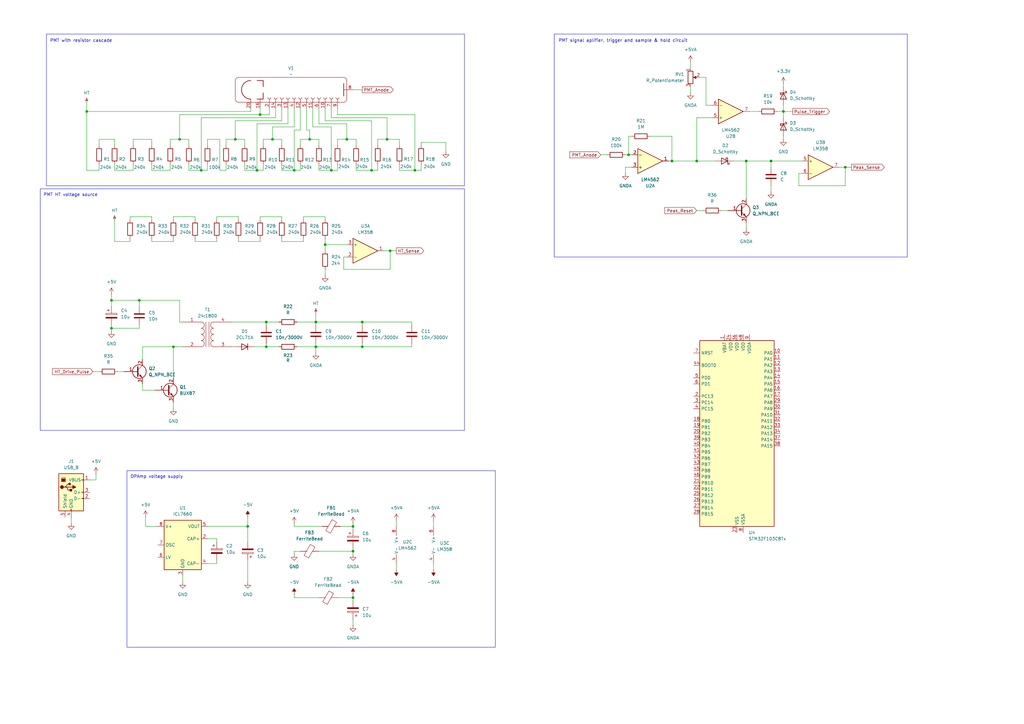
<source format=kicad_sch>
(kicad_sch (version 20231120) (generator "eeschema") (generator_version "8.0")
  (paper "A3")
  (title_block (title "Gamma Scintillator") (date "2025-01-11") (company "Michal Tomek"))
  (junction (at 106.68 46.99))
  (junction (at 57.15 123.19))
  (junction (at 306.07 66.04))
  (junction (at 275.59 66.04))
  (junction (at 45.72 134.62))
  (junction (at 257.81 63.5))
  (junction (at 316.23 66.04))
  (junction (at 144.78 215.9))
  (junction (at 285.75 66.04))
  (junction (at 109.22 132.08))
  (junction (at 129.54 132.08))
  (junction (at 71.12 142.24))
  (junction (at 35.56 45.72))
  (junction (at 109.22 142.24))
  (junction (at 142.24 57.15))
  (junction (at 120.65 69.85))
  (junction (at 45.72 123.19))
  (junction (at 170.18 69.85))
  (junction (at 111.76 57.15))
  (junction (at 82.55 69.85))
  (junction (at 73.66 57.15))
  (junction (at 96.52 57.15))
  (junction (at 129.54 142.24))
  (junction (at 135.89 69.85))
  (junction (at 152.4 69.85))
  (junction (at 148.59 142.24))
  (junction (at 160.02 102.87))
  (junction (at 321.31 45.72))
  (junction (at 133.35 100.33))
  (junction (at 127 57.15))
  (junction (at 101.6 215.9))
  (junction (at 148.59 132.08))
  (junction (at 144.78 245.11))
  (junction (at 144.78 226.06))
  (junction (at 158.75 57.15))
  (junction (at 346.71 68.58))
  (junction (at 105.41 69.85))
  (wire (pts (xy 62.23 99.06) (xy 62.23 97.79)))
  (wire (pts (xy 88.9 220.98) (xy 85.09 220.98)))
  (wire (pts (xy 133.35 90.17) (xy 133.35 88.9)))
  (wire (pts (xy 97.79 90.17) (xy 97.79 88.9)))
  (wire (pts (xy 287.02 31.75) (xy 289.56 31.75)))
  (wire (pts (xy 35.56 69.85) (xy 40.64 69.85)))
  (wire (pts (xy 346.71 76.2) (xy 346.71 68.58)))
  (wire (pts (xy 71.12 99.06) (xy 62.23 99.06)))
  (wire (pts (xy 82.55 48.26) (xy 113.03 48.26)))
  (wire (pts (xy 77.47 67.31) (xy 77.47 69.85)))
  (wire (pts (xy 129.54 133.35) (xy 129.54 132.08)))
  (wire (pts (xy 133.35 100.33) (xy 142.24 100.33)))
  (wire (pts (xy 57.15 123.19) (xy 57.15 125.73)))
  (wire (pts (xy 152.4 49.53) (xy 133.35 49.53)))
  (wire (pts (xy 69.85 57.15) (xy 73.66 57.15)))
  (wire (pts (xy 109.22 133.35) (xy 109.22 132.08)))
  (wire (pts (xy 120.65 53.34) (xy 123.19 53.34)))
  (wire (pts (xy 106.68 99.06) (xy 97.79 99.06)))
  (wire (pts (xy 40.64 59.69) (xy 40.64 57.15)))
  (wire (pts (xy 138.43 59.69) (xy 138.43 57.15)))
  (wire (pts (xy 77.47 57.15) (xy 77.47 59.69)))
  (wire (pts (xy 316.23 66.04) (xy 328.93 66.04)))
  (wire (pts (xy 133.35 88.9) (xy 124.46 88.9)))
  (wire (pts (xy 170.18 69.85) (xy 172.72 69.85)))
  (wire (pts (xy 57.15 133.35) (xy 57.15 134.62)))
  (wire (pts (xy 142.24 57.15) (xy 146.05 57.15)))
  (wire (pts (xy 285.75 86.36) (xy 288.29 86.36)))
  (wire (pts (xy 162.56 231.14) (xy 162.56 233.68)))
  (wire (pts (xy 123.19 57.15) (xy 127 57.15)))
  (wire (pts (xy 307.34 45.72) (xy 311.15 45.72)))
  (wire (pts (xy 170.18 69.85) (xy 170.18 46.99)))
  (wire (pts (xy 46.99 57.15) (xy 40.64 57.15)))
  (wire (pts (xy 73.66 57.15) (xy 73.66 46.99)))
  (wire (pts (xy 100.33 57.15) (xy 100.33 59.69)))
  (wire (pts (xy 154.94 57.15) (xy 158.75 57.15)))
  (wire (pts (xy 124.46 97.79) (xy 124.46 99.06)))
  (wire (pts (xy 120.65 215.9) (xy 120.65 214.63)))
  (wire (pts (xy 53.34 99.06) (xy 53.34 97.79)))
  (wire (pts (xy 107.95 59.69) (xy 107.95 57.15)))
  (wire (pts (xy 88.9 231.14) (xy 85.09 231.14)))
  (wire (pts (xy 259.08 55.88) (xy 257.81 55.88)))
  (wire (pts (xy 45.72 134.62) (xy 45.72 135.89)))
  (wire (pts (xy 115.57 49.53) (xy 115.57 44.45)))
  (wire (pts (xy 138.43 67.31) (xy 138.43 69.85)))
  (wire (pts (xy 289.56 43.18) (xy 292.1 43.18)))
  (wire (pts (xy 328.93 71.12) (xy 327.66 71.12)))
  (wire (pts (xy 69.85 59.69) (xy 69.85 57.15)))
  (wire (pts (xy 71.12 165.1) (xy 71.12 167.64)))
  (wire (pts (xy 135.89 69.85) (xy 135.89 52.07)))
  (wire (pts (xy 38.1 152.4) (xy 40.64 152.4)))
  (wire (pts (xy 101.6 229.87) (xy 101.6 238.76)))
  (wire (pts (xy 130.81 226.06) (xy 144.78 226.06)))
  (wire (pts (xy 162.56 213.36) (xy 162.56 215.9)))
  (wire (pts (xy 73.66 123.19) (xy 57.15 123.19)))
  (wire (pts (xy 142.24 105.41) (xy 140.97 105.41)))
  (wire (pts (xy 59.69 215.9) (xy 59.69 212.09)))
  (wire (pts (xy 160.02 102.87) (xy 157.48 102.87)))
  (wire (pts (xy 105.41 50.8) (xy 118.11 50.8)))
  (wire (pts (xy 127 53.34) (xy 125.73 53.34)))
  (wire (pts (xy 120.65 245.11) (xy 120.65 243.84)))
  (wire (pts (xy 107.95 69.85) (xy 107.95 67.31)))
  (wire (pts (xy 90.17 57.15) (xy 85.09 57.15)))
  (wire (pts (xy 63.5 160.02) (xy 58.42 160.02)))
  (wire (pts (xy 127 57.15) (xy 127 53.34)))
  (wire (pts (xy 58.42 160.02) (xy 58.42 157.48)))
  (wire (pts (xy 62.23 88.9) (xy 53.34 88.9)))
  (wire (pts (xy 256.54 68.58) (xy 259.08 68.58)))
  (wire (pts (xy 127 57.15) (xy 130.81 57.15)))
  (wire (pts (xy 292.1 48.26) (xy 285.75 48.26)))
  (wire (pts (xy 144.78 214.63) (xy 144.78 215.9)))
  (wire (pts (xy 256.54 71.12) (xy 256.54 68.58)))
  (wire (pts (xy 73.66 132.08) (xy 73.66 123.19)))
  (wire (pts (xy 172.72 58.42) (xy 172.72 59.69)))
  (wire (pts (xy 160.02 102.87) (xy 162.56 102.87)))
  (wire (pts (xy 48.26 152.4) (xy 50.8 152.4)))
  (wire (pts (xy 35.56 45.72) (xy 35.56 69.85)))
  (wire (pts (xy 138.43 245.11) (xy 144.78 245.11)))
  (wire (pts (xy 71.12 97.79) (xy 71.12 99.06)))
  (wire (pts (xy 160.02 110.49) (xy 160.02 102.87)))
  (wire (pts (xy 275.59 55.88) (xy 266.7 55.88)))
  (wire (pts (xy 295.91 86.36) (xy 298.45 86.36)))
  (wire (pts (xy 62.23 67.31) (xy 62.23 69.85)))
  (wire (pts (xy 144.78 224.79) (xy 144.78 226.06)))
  (wire (pts (xy 124.46 99.06) (xy 115.57 99.06)))
  (wire (pts (xy 100.33 67.31) (xy 100.33 69.85)))
  (wire (pts (xy 285.75 66.04) (xy 293.37 66.04)))
  (wire (pts (xy 139.7 215.9) (xy 144.78 215.9)))
  (wire (pts (xy 45.72 133.35) (xy 45.72 134.62)))
  (wire (pts (xy 148.59 132.08) (xy 129.54 132.08)))
  (wire (pts (xy 144.78 226.06) (xy 144.78 227.33)))
  (wire (pts (xy 129.54 142.24) (xy 129.54 140.97)))
  (wire (pts (xy 135.89 69.85) (xy 138.43 69.85)))
  (wire (pts (xy 46.99 90.17) (xy 46.99 99.06)))
  (wire (pts (xy 135.89 52.07) (xy 128.27 52.07)))
  (wire (pts (xy 146.05 57.15) (xy 146.05 59.69)))
  (wire (pts (xy 138.43 46.99) (xy 138.43 44.45)))
  (wire (pts (xy 35.56 41.91) (xy 35.56 45.72)))
  (wire (pts (xy 285.75 48.26) (xy 285.75 66.04)))
  (wire (pts (xy 57.15 123.19) (xy 45.72 123.19)))
  (wire (pts (xy 120.65 226.06) (xy 120.65 227.33)))
  (wire (pts (xy 154.94 59.69) (xy 154.94 57.15)))
  (wire (pts (xy 80.01 90.17) (xy 80.01 88.9)))
  (wire (pts (xy 182.88 62.23) (xy 182.88 58.42)))
  (wire (pts (xy 275.59 66.04) (xy 285.75 66.04)))
  (wire (pts (xy 158.75 48.26) (xy 135.89 48.26)))
  (wire (pts (xy 163.83 67.31) (xy 163.83 69.85)))
  (wire (pts (xy 109.22 132.08) (xy 95.25 132.08)))
  (wire (pts (xy 144.78 243.84) (xy 144.78 245.11)))
  (wire (pts (xy 321.31 55.88) (xy 321.31 57.15)))
  (wire (pts (xy 152.4 69.85) (xy 154.94 69.85)))
  (wire (pts (xy 129.54 142.24) (xy 148.59 142.24)))
  (wire (pts (xy 46.99 69.85) (xy 54.61 69.85)))
  (wire (pts (xy 163.83 57.15) (xy 163.83 59.69)))
  (wire (pts (xy 130.81 69.85) (xy 135.89 69.85)))
  (wire (pts (xy 88.9 97.79) (xy 88.9 99.06)))
  (wire (pts (xy 182.88 58.42) (xy 172.72 58.42)))
  (wire (pts (xy 62.23 57.15) (xy 62.23 59.69)))
  (wire (pts (xy 129.54 132.08) (xy 121.92 132.08)))
  (wire (pts (xy 158.75 57.15) (xy 158.75 48.26)))
  (wire (pts (xy 73.66 57.15) (xy 77.47 57.15)))
  (wire (pts (xy 109.22 132.08) (xy 114.3 132.08)))
  (wire (pts (xy 120.65 69.85) (xy 120.65 53.34)))
  (wire (pts (xy 118.11 44.45) (xy 118.11 50.8)))
  (wire (pts (xy 88.9 222.25) (xy 88.9 220.98)))
  (wire (pts (xy 115.57 88.9) (xy 106.68 88.9)))
  (wire (pts (xy 130.81 245.11) (xy 120.65 245.11)))
  (wire (pts (xy 77.47 69.85) (xy 82.55 69.85)))
  (wire (pts (xy 146.05 67.31) (xy 146.05 69.85)))
  (wire (pts (xy 289.56 31.75) (xy 289.56 43.18)))
  (wire (pts (xy 144.78 254) (xy 144.78 256.54)))
  (wire (pts (xy 111.76 57.15) (xy 115.57 57.15)))
  (wire (pts (xy 344.17 68.58) (xy 346.71 68.58)))
  (wire (pts (xy 88.9 229.87) (xy 88.9 231.14)))
  (wire (pts (xy 140.97 110.49) (xy 160.02 110.49)))
  (wire (pts (xy 327.66 71.12) (xy 327.66 76.2)))
  (wire (pts (xy 144.78 36.83) (xy 148.59 36.83)))
  (wire (pts (xy 318.77 45.72) (xy 321.31 45.72)))
  (wire (pts (xy 46.99 99.06) (xy 53.34 99.06)))
  (wire (pts (xy 74.93 142.24) (xy 71.12 142.24)))
  (wire (pts (xy 82.55 69.85) (xy 82.55 48.26)))
  (wire (pts (xy 130.81 67.31) (xy 130.81 69.85)))
  (wire (pts (xy 111.76 52.07) (xy 120.65 52.07)))
  (wire (pts (xy 46.99 67.31) (xy 46.99 69.85)))
  (wire (pts (xy 133.35 110.49) (xy 133.35 113.03)))
  (wire (pts (xy 306.07 66.04) (xy 316.23 66.04)))
  (wire (pts (xy 36.83 196.85) (xy 39.37 196.85)))
  (wire (pts (xy 107.95 57.15) (xy 111.76 57.15)))
  (wire (pts (xy 85.09 69.85) (xy 85.09 67.31)))
  (wire (pts (xy 40.64 69.85) (xy 40.64 67.31)))
  (wire (pts (xy 113.03 44.45) (xy 113.03 48.26)))
  (wire (pts (xy 120.65 69.85) (xy 123.19 69.85)))
  (wire (pts (xy 125.73 53.34) (xy 125.73 44.45)))
  (wire (pts (xy 100.33 69.85) (xy 105.41 69.85)))
  (wire (pts (xy 316.23 66.04) (xy 316.23 68.58)))
  (wire (pts (xy 327.66 76.2) (xy 346.71 76.2)))
  (wire (pts (xy 62.23 90.17) (xy 62.23 88.9)))
  (wire (pts (xy 106.68 46.99) (xy 106.68 44.45)))
  (wire (pts (xy 168.91 142.24) (xy 148.59 142.24)))
  (wire (pts (xy 172.72 69.85) (xy 172.72 67.31)))
  (wire (pts (xy 102.87 45.72) (xy 102.87 44.45)))
  (wire (pts (xy 177.8 231.14) (xy 177.8 233.68)))
  (wire (pts (xy 128.27 52.07) (xy 128.27 44.45)))
  (wire (pts (xy 300.99 66.04) (xy 306.07 66.04)))
  (wire (pts (xy 142.24 57.15) (xy 142.24 50.8)))
  (wire (pts (xy 46.99 59.69) (xy 46.99 57.15)))
  (wire (pts (xy 105.41 69.85) (xy 107.95 69.85)))
  (wire (pts (xy 115.57 99.06) (xy 115.57 97.79)))
  (wire (pts (xy 130.81 57.15) (xy 130.81 59.69)))
  (wire (pts (xy 133.35 97.79) (xy 133.35 100.33)))
  (wire (pts (xy 257.81 63.5) (xy 259.08 63.5)))
  (wire (pts (xy 144.78 245.11) (xy 144.78 246.38)))
  (wire (pts (xy 39.37 196.85) (xy 39.37 194.31)))
  (wire (pts (xy 96.52 57.15) (xy 96.52 49.53)))
  (wire (pts (xy 133.35 102.87) (xy 133.35 100.33)))
  (wire (pts (xy 115.57 57.15) (xy 115.57 59.69)))
  (wire (pts (xy 168.91 140.97) (xy 168.91 142.24)))
  (wire (pts (xy 45.72 134.62) (xy 57.15 134.62)))
  (wire (pts (xy 158.75 57.15) (xy 163.83 57.15)))
  (wire (pts (xy 82.55 69.85) (xy 85.09 69.85)))
  (wire (pts (xy 170.18 46.99) (xy 138.43 46.99)))
  (wire (pts (xy 88.9 99.06) (xy 80.01 99.06)))
  (wire (pts (xy 54.61 69.85) (xy 54.61 67.31)))
  (wire (pts (xy 346.71 68.58) (xy 349.25 68.58)))
  (wire (pts (xy 92.71 57.15) (xy 96.52 57.15)))
  (wire (pts (xy 85.09 59.69) (xy 85.09 57.15)))
  (wire (pts (xy 246.38 63.5) (xy 248.92 63.5)))
  (wire (pts (xy 129.54 128.27) (xy 129.54 132.08)))
  (wire (pts (xy 123.19 67.31) (xy 123.19 69.85)))
  (wire (pts (xy 130.81 50.8) (xy 130.81 44.45)))
  (wire (pts (xy 71.12 142.24) (xy 58.42 142.24)))
  (wire (pts (xy 105.41 69.85) (xy 105.41 50.8)))
  (wire (pts (xy 152.4 69.85) (xy 152.4 49.53)))
  (wire (pts (xy 148.59 132.08) (xy 148.59 133.35)))
  (wire (pts (xy 316.23 76.2) (xy 316.23 78.74)))
  (wire (pts (xy 92.71 69.85) (xy 90.17 69.85)))
  (wire (pts (xy 148.59 142.24) (xy 148.59 140.97)))
  (wire (pts (xy 110.49 46.99) (xy 106.68 46.99)))
  (wire (pts (xy 74.93 236.22) (xy 74.93 238.76)))
  (wire (pts (xy 95.25 142.24) (xy 96.52 142.24)))
  (wire (pts (xy 283.21 35.56) (xy 283.21 38.1)))
  (wire (pts (xy 321.31 45.72) (xy 321.31 43.18)))
  (wire (pts (xy 177.8 213.36) (xy 177.8 215.9)))
  (wire (pts (xy 110.49 44.45) (xy 110.49 46.99)))
  (wire (pts (xy 321.31 34.29) (xy 321.31 35.56)))
  (wire (pts (xy 92.71 59.69) (xy 92.71 57.15)))
  (wire (pts (xy 135.89 48.26) (xy 135.89 44.45)))
  (wire (pts (xy 74.93 132.08) (xy 73.66 132.08)))
  (wire (pts (xy 133.35 49.53) (xy 133.35 44.45)))
  (wire (pts (xy 115.57 67.31) (xy 115.57 69.85)))
  (wire (pts (xy 73.66 46.99) (xy 106.68 46.99)))
  (wire (pts (xy 97.79 88.9) (xy 88.9 88.9)))
  (wire (pts (xy 109.22 142.24) (xy 114.3 142.24)))
  (wire (pts (xy 101.6 215.9) (xy 101.6 222.25)))
  (wire (pts (xy 321.31 45.72) (xy 321.31 48.26)))
  (wire (pts (xy 96.52 57.15) (xy 100.33 57.15)))
  (wire (pts (xy 123.19 226.06) (xy 120.65 226.06)))
  (wire (pts (xy 111.76 57.15) (xy 111.76 52.07)))
  (wire (pts (xy 54.61 57.15) (xy 62.23 57.15)))
  (wire (pts (xy 121.92 142.24) (xy 129.54 142.24)))
  (wire (pts (xy 132.08 215.9) (xy 120.65 215.9)))
  (wire (pts (xy 58.42 142.24) (xy 58.42 147.32)))
  (wire (pts (xy 275.59 66.04) (xy 275.59 55.88)))
  (wire (pts (xy 45.72 123.19) (xy 45.72 125.73)))
  (wire (pts (xy 274.32 66.04) (xy 275.59 66.04)))
  (wire (pts (xy 257.81 55.88) (xy 257.81 63.5)))
  (wire (pts (xy 123.19 44.45) (xy 123.19 53.34)))
  (wire (pts (xy 69.85 69.85) (xy 69.85 67.31)))
  (wire (pts (xy 115.57 69.85) (xy 120.65 69.85)))
  (wire (pts (xy 88.9 88.9) (xy 88.9 90.17)))
  (wire (pts (xy 321.31 45.72) (xy 325.12 45.72)))
  (wire (pts (xy 101.6 212.09) (xy 101.6 215.9)))
  (wire (pts (xy 144.78 215.9) (xy 144.78 217.17)))
  (wire (pts (xy 106.68 88.9) (xy 106.68 90.17)))
  (wire (pts (xy 283.21 25.4) (xy 283.21 27.94)))
  (wire (pts (xy 163.83 69.85) (xy 170.18 69.85)))
  (wire (pts (xy 85.09 215.9) (xy 101.6 215.9)))
  (wire (pts (xy 123.19 59.69) (xy 123.19 57.15)))
  (wire (pts (xy 62.23 69.85) (xy 69.85 69.85)))
  (wire (pts (xy 124.46 88.9) (xy 124.46 90.17)))
  (wire (pts (xy 115.57 90.17) (xy 115.57 88.9)))
  (wire (pts (xy 96.52 49.53) (xy 115.57 49.53)))
  (wire (pts (xy 45.72 123.19) (xy 45.72 120.65)))
  (wire (pts (xy 154.94 67.31) (xy 154.94 69.85)))
  (wire (pts (xy 306.07 66.04) (xy 306.07 81.28)))
  (wire (pts (xy 54.61 59.69) (xy 54.61 57.15)))
  (wire (pts (xy 53.34 88.9) (xy 53.34 90.17)))
  (wire (pts (xy 168.91 132.08) (xy 148.59 132.08)))
  (wire (pts (xy 140.97 105.41) (xy 140.97 110.49)))
  (wire (pts (xy 109.22 142.24) (xy 104.14 142.24)))
  (wire (pts (xy 71.12 142.24) (xy 71.12 154.94)))
  (wire (pts (xy 168.91 133.35) (xy 168.91 132.08)))
  (wire (pts (xy 92.71 67.31) (xy 92.71 69.85)))
  (wire (pts (xy 64.77 215.9) (xy 59.69 215.9)))
  (wire (pts (xy 109.22 140.97) (xy 109.22 142.24)))
  (wire (pts (xy 102.87 45.72) (xy 35.56 45.72)))
  (wire (pts (xy 106.68 97.79) (xy 106.68 99.06)))
  (wire (pts (xy 90.17 69.85) (xy 90.17 57.15)))
  (wire (pts (xy 80.01 99.06) (xy 80.01 97.79)))
  (wire (pts (xy 120.65 44.45) (xy 120.65 52.07)))
  (wire (pts (xy 256.54 63.5) (xy 257.81 63.5)))
  (wire (pts (xy 142.24 50.8) (xy 130.81 50.8)))
  (wire (pts (xy 29.21 212.09) (xy 29.21 214.63)))
  (wire (pts (xy 129.54 142.24) (xy 129.54 144.78)))
  (wire (pts (xy 71.12 88.9) (xy 71.12 90.17)))
  (wire (pts (xy 97.79 99.06) (xy 97.79 97.79)))
  (wire (pts (xy 138.43 57.15) (xy 142.24 57.15)))
  (wire (pts (xy 80.01 88.9) (xy 71.12 88.9)))
  (wire (pts (xy 306.07 91.44) (xy 306.07 93.98)))
  (wire (pts (xy 146.05 69.85) (xy 152.4 69.85)))
  (rectangle (start 16.51 77.47) (end 190.5 176.53))
  (rectangle (start 52.07 193.04) (end 203.2 265.43))
  (rectangle (start 19.05 13.97) (end 190.5 76.2))
  (rectangle (start 227.33 13.97) (end 372.11 105.41))
  (text "PMT with resistor cascade" (at 33.274 16.764 0) (effects (font (size 1.27 1.27))))
  (text "PMT HT voltage source" (at 28.956 80.01 0) (effects (font (size 1.27 1.27))))
  (text "OPAmp voltage supply" (at 64.262 195.58 0) (effects (font (size 1.27 1.27))))
  (text "PMT signal aplifier, trigger and sample & hold circuit" (at 255.524 16.764 0) (effects (font (size 1.27 1.27))))
  (global_label "Peak_Reset" (shape input) (at 285.75 86.36 180) (property "Intersheetrefs" "${INTERSHEET_REFS}" (effects (hide yes))))
  (global_label "Pulse_Trigger" (shape output) (at 325.12 45.72 0) (property "Intersheetrefs" "${INTERSHEET_REFS}" (effects (hide yes))))
  (global_label "HT_Sense" (shape output) (at 162.56 102.87 0) (property "Intersheetrefs" "${INTERSHEET_REFS}" (effects (hide yes))))
  (global_label "PMT_Anode" (shape input) (at 246.38 63.5 180) (property "Intersheetrefs" "${INTERSHEET_REFS}" (effects (hide yes))))
  (global_label "Peak_Sense" (shape output) (at 349.25 68.58 0) (property "Intersheetrefs" "${INTERSHEET_REFS}" (effects (hide yes))))
  (global_label "HT_Drive_Pulse" (shape input) (at 38.1 152.4 180) (property "Intersheetrefs" "${INTERSHEET_REFS}" (effects (hide yes))))
  (global_label "PMT_Anode" (shape output) (at 148.59 36.83 0) (property "Intersheetrefs" "${INTERSHEET_REFS}" (effects (hide yes))))
  (symbol (lib_id "Device:C") (at 168.91 137.16 0) (unit 1)
    (property "Reference" "C11" (at 172.72 135.8899 0) (effects (justify left)))
    (property "Value" "10n/3000V" (at 172.72 138.4299 0) (effects (justify left)))
    (property "Description" "Unpolarized capacitor" (effects (hide yes)))
  )
  (symbol (lib_id "Device:R") (at 262.89 55.88 90) (unit 1)
    (property "Reference" "R21" (at 262.89 49.53 90))
    (property "Value" "1M" (at 262.89 52.07 90))
    (property "Description" "Resistor" (effects (hide yes)))
  )
  (symbol (lib_id "power:+5V") (at 120.65 214.63 0) (unit 1)
    (property "Reference" "#PWR018" (effects (hide yes)))
    (property "Value" "+5V" (at 120.65 209.55 0))
    (property "Description" "Power symbol creates a global label with name \"+5V\"" (effects (hide yes)))
  )
  (symbol (lib_id "power:GNDA") (at 306.07 93.98 0) (unit 1)
    (property "Reference" "#PWR033" (effects (hide yes)))
    (property "Value" "GNDA" (at 306.07 99.06 0))
    (property "Description" "Power symbol creates a global label with name \"GNDA\" , analog ground" (effects (hide yes)))
  )
  (symbol (lib_id "Device:R") (at 314.96 45.72 90) (unit 1)
    (property "Reference" "R19" (at 314.96 39.37 90))
    (property "Value" "10k" (at 314.96 41.91 90))
    (property "Description" "Resistor" (effects (hide yes)))
  )
  (symbol (lib_id "Device:C_Polarized") (at 144.78 220.98 0) (unit 1)
    (property "Reference" "C6" (at 148.59 218.8209 0) (effects (justify left)))
    (property "Value" "10u" (at 148.59 221.3609 0) (effects (justify left)))
    (property "Description" "Polarized capacitor" (effects (hide yes)))
  )
  (symbol (lib_id "power:GNDA") (at 129.54 144.78 0) (unit 1)
    (property "Reference" "#PWR08" (effects (hide yes)))
    (property "Value" "GNDA" (at 129.54 149.86 0))
    (property "Description" "Power symbol creates a global label with name \"GNDA\" , analog ground" (effects (hide yes)))
  )
  (symbol (lib_id "Device:R") (at 40.64 63.5 0) (unit 1)
    (property "Reference" "R1" (at 42.418 65.278 0) (effects (justify left)))
    (property "Value" "240k" (at 40.894 68.58 0) (effects (justify left)))
    (property "Footprint" "Resistor_SMD:R_0603_1608Metric" (effects (hide yes)))
    (property "Description" "Resistor" (effects (hide yes)))
  )
  (symbol (lib_id "Device:FerriteBead") (at 134.62 245.11 90) (unit 1)
    (property "Reference" "FB2" (at 134.5692 237.49 90))
    (property "Value" "FerriteBead" (at 134.5692 240.03 90))
    (property "Description" "Ferrite bead" (effects (hide yes)))
  )
  (symbol (lib_id "Device:R") (at 130.81 63.5 0) (unit 1)
    (property "Reference" "R13" (at 132.334 65.532 0) (effects (justify left)))
    (property "Value" "240k" (at 130.81 68.58 0) (effects (justify left)))
    (property "Footprint" "Resistor_SMD:R_0603_1608Metric" (effects (hide yes)))
    (property "Description" "Resistor" (effects (hide yes)))
  )
  (symbol (lib_id "Device:R") (at 77.47 63.5 0) (unit 1)
    (property "Reference" "R6" (at 79.248 65.532 0) (effects (justify left)))
    (property "Value" "240k" (at 77.724 68.58 0) (effects (justify left)))
    (property "Footprint" "Resistor_SMD:R_0603_1608Metric" (effects (hide yes)))
    (property "Description" "Resistor" (effects (hide yes)))
  )
  (symbol (lib_id "Device:R") (at 133.35 106.68 0) (unit 1)
    (property "Reference" "R24" (at 135.89 105.4099 0) (effects (justify left)))
    (property "Value" "2k4" (at 135.89 107.9499 0) (effects (justify left)))
    (property "Description" "Resistor" (effects (hide yes)))
  )
  (symbol (lib_id "power:GNDA") (at 256.54 71.12 0) (unit 1)
    (property "Reference" "#PWR025" (effects (hide yes)))
    (property "Value" "GNDA" (at 256.54 76.2 0))
    (property "Description" "Power symbol creates a global label with name \"GNDA\" , analog ground" (effects (hide yes)))
  )
  (symbol (lib_id "power:HT") (at 129.54 128.27 0) (unit 1)
    (property "Reference" "#PWR09" (effects (hide yes)))
    (property "Value" "HT" (at 129.54 124.46 0))
    (property "Description" "Power symbol creates a global label with name \"HT\"" (effects (hide yes)))
  )
  (symbol (lib_id "power:+5V") (at 39.37 194.31 0) (unit 1)
    (property "Reference" "#PWR012" (effects (hide yes)))
    (property "Value" "+5V" (at 39.37 189.23 0))
    (property "Description" "Power symbol creates a global label with name \"+5V\"" (effects (hide yes)))
  )
  (symbol (lib_id "Device:D_Schottky") (at 297.18 66.04 180) (unit 1)
    (property "Reference" "D2" (at 297.4975 59.69 0))
    (property "Value" "D_Schottky" (at 297.4975 62.23 0))
    (property "Description" "Schottky diode" (effects (hide yes)))
  )
  (symbol (lib_id "power:HT") (at 35.56 41.91 0) (unit 1)
    (property "Reference" "#PWR010" (effects (hide yes)))
    (property "Value" "HT" (at 35.56 38.1 0))
    (property "Description" "Power symbol creates a global label with name \"HT\"" (effects (hide yes)))
  )
  (symbol (lib_id "Device:FerriteBead") (at 127 226.06 90) (unit 1)
    (property "Reference" "FB3" (at 126.9492 218.44 90))
    (property "Value" "FerriteBead" (at 126.9492 220.98 90))
    (property "Description" "Ferrite bead" (effects (hide yes)))
  )
  (symbol (lib_id "Regulator_SwitchedCapacitor:ICL7660") (at 74.93 223.52 0) (unit 1)
    (property "Reference" "U1" (at 74.93 208.28 0))
    (property "Value" "ICL7660" (at 74.93 210.82 0))
    (property "Datasheet" "http://datasheets.maximintegrated.com/en/ds/ICL7660-MAX1044.pdf" (effects (hide yes)))
    (property "Description" "Switched-Capacitor Voltage Converter, 1.5V to 10.0V operating supply voltage, 10mA with a 0.5V output drop, SO-8/DIP-8/µMAX-8/TO-99" (effects (hide yes)))
  )
  (symbol (lib_id "power:GND") (at 29.21 214.63 0) (unit 1)
    (property "Reference" "#PWR013" (effects (hide yes)))
    (property "Value" "GND" (at 29.21 219.71 0))
    (property "Description" "Power symbol creates a global label with name \"GND\" , ground" (effects (hide yes)))
  )
  (symbol (lib_id "Device:R") (at 146.05 63.5 0) (unit 1)
    (property "Reference" "R15" (at 147.574 65.532 0) (effects (justify left)))
    (property "Value" "240k" (at 146.05 68.326 0) (effects (justify left)))
    (property "Footprint" "Resistor_SMD:R_0603_1608Metric" (effects (hide yes)))
    (property "Description" "Resistor" (effects (hide yes)))
  )
  (symbol (lib_id "Device:R") (at 107.95 63.5 0) (unit 1)
    (property "Reference" "R10" (at 109.982 65.532 0) (effects (justify left)))
    (property "Value" "240k" (at 108.458 68.58 0) (effects (justify left)))
    (property "Footprint" "Resistor_SMD:R_0603_1608Metric" (effects (hide yes)))
    (property "Description" "Resistor" (effects (hide yes)))
  )
  (symbol (lib_id "Device:R") (at 62.23 63.5 0) (unit 1)
    (property "Reference" "R4" (at 64.008 65.278 0) (effects (justify left)))
    (property "Value" "240k" (at 62.484 68.58 0) (effects (justify left)))
    (property "Footprint" "Resistor_SMD:R_0603_1608Metric" (effects (hide yes)))
    (property "Description" "Resistor" (effects (hide yes)))
  )
  (symbol (lib_id "Device:R") (at 252.73 63.5 90) (unit 1)
    (property "Reference" "R20" (at 252.73 57.15 90))
    (property "Value" "100k" (at 252.73 59.69 90))
    (property "Description" "Resistor" (effects (hide yes)))
  )
  (symbol (lib_id "Device:Q_NPN_BCE") (at 55.88 152.4 0) (unit 1)
    (property "Reference" "Q2" (at 60.96 151.1299 0) (effects (justify left)))
    (property "Value" "Q_NPN_BCE" (at 60.96 153.6699 0) (effects (justify left)))
    (property "Description" "NPN transistor, base/collector/emitter" (effects (hide yes)))
  )
  (symbol (lib_id "Amplifier_Operational:LM4562") (at 266.7 66.04 0) (mirror x) (unit 1)
    (property "Reference" "U2" (at 266.7 76.2 0))
    (property "Value" "LM4562" (at 266.7 73.66 0))
    (property "Datasheet" "http://www.ti.com/lit/ds/symlink/lm4562.pdf" (effects (hide yes)))
    (property "Description" "Dual High-Performance, High-Fidelity Audio Operational Amplifier, DIP-8/SOIC-8/TO-99-8" (effects (hide yes)))
  )
  (symbol (lib_id "Device:R") (at 85.09 63.5 0) (unit 1)
    (property "Reference" "R7" (at 86.868 65.532 0) (effects (justify left)))
    (property "Value" "100k" (at 85.598 68.58 0) (effects (justify left)))
    (property "Footprint" "Resistor_SMD:R_0603_1608Metric" (effects (hide yes)))
    (property "Description" "Resistor" (effects (hide yes)))
  )
  (symbol (lib_id "Device:R") (at 115.57 63.5 0) (unit 1)
    (property "Reference" "R11" (at 117.094 65.532 0) (effects (justify left)))
    (property "Value" "240k" (at 115.57 68.58 0) (effects (justify left)))
    (property "Footprint" "Resistor_SMD:R_0603_1608Metric" (effects (hide yes)))
    (property "Description" "Resistor" (effects (hide yes)))
  )
  (symbol (lib_id "Device:R") (at 115.57 93.98 0) (unit 1)
    (property "Reference" "R27" (at 118.11 92.7099 0) (effects (justify left)))
    (property "Value" "240k" (at 118.11 95.2499 0) (effects (justify left)))
    (property "Description" "Resistor" (effects (hide yes)))
  )
  (symbol (lib_id "power:GNDA") (at 316.23 78.74 0) (unit 1)
    (property "Reference" "#PWR026" (effects (hide yes)))
    (property "Value" "GNDA" (at 316.23 83.82 0))
    (property "Description" "Power symbol creates a global label with name \"GNDA\" , analog ground" (effects (hide yes)))
  )
  (symbol (lib_id "power:GNDA") (at 144.78 227.33 0) (unit 1)
    (property "Reference" "#PWR014" (effects (hide yes)))
    (property "Value" "GNDA" (at 144.78 232.41 0))
    (property "Description" "Power symbol creates a global label with name \"GNDA\" , analog ground" (effects (hide yes)))
  )
  (symbol (lib_id "Device:R") (at 124.46 93.98 0) (unit 1)
    (property "Reference" "R26" (at 127 92.7099 0) (effects (justify left)))
    (property "Value" "240k" (at 127 95.2499 0) (effects (justify left)))
    (property "Description" "Resistor" (effects (hide yes)))
  )
  (symbol (lib_id "CustomParts:BDEG4-42A") (at 121.92 36.83 0) (unit 1)
    (property "Reference" "V1" (at 119.38 27.94 0))
    (property "Value" "~" (at 119.38 30.48 0))
    (property "Footprint" "CustomParts:BDEG4-42A" (effects (hide yes)))
  )
  (symbol (lib_id "Device:Transformer_1P_1S") (at 85.09 137.16 0) (unit 1)
    (property "Reference" "T1" (at 85.1027 127 0))
    (property "Value" "24:1800" (at 85.1027 129.54 0))
    (property "Description" "Transformer, single primary, single secondary" (effects (hide yes)))
  )
  (symbol (lib_id "Amplifier_Operational:LM4562") (at 165.1 223.52 0) (unit 3)
    (property "Reference" "U2" (at 167.132 222.25 0))
    (property "Value" "LM4562" (at 167.132 224.79 0))
    (property "Datasheet" "http://www.ti.com/lit/ds/symlink/lm4562.pdf" (effects (hide yes)))
    (property "Description" "Dual High-Performance, High-Fidelity Audio Operational Amplifier, DIP-8/SOIC-8/TO-99-8" (effects (hide yes)))
  )
  (symbol (lib_id "Device:R") (at 53.34 93.98 0) (unit 1)
    (property "Reference" "R34" (at 55.88 92.7099 0) (effects (justify left)))
    (property "Value" "240k" (at 55.88 95.2499 0) (effects (justify left)))
    (property "Description" "Resistor" (effects (hide yes)))
  )
  (symbol (lib_id "Device:R") (at 163.83 63.5 0) (unit 1)
    (property "Reference" "R17" (at 165.608 65.278 0) (effects (justify left)))
    (property "Value" "240k" (at 164.084 68.326 0) (effects (justify left)))
    (property "Footprint" "Resistor_SMD:R_0603_1608Metric" (effects (hide yes)))
    (property "Description" "Resistor" (effects (hide yes)))
  )
  (symbol (lib_id "Device:C") (at 316.23 72.39 0) (unit 1)
    (property "Reference" "C8" (at 320.04 71.1199 0) (effects (justify left)))
    (property "Value" "C" (at 320.04 73.6599 0) (effects (justify left)))
    (property "Description" "Unpolarized capacitor" (effects (hide yes)))
  )
  (symbol (lib_id "Device:R") (at 80.01 93.98 0) (unit 1)
    (property "Reference" "R31" (at 82.55 92.7099 0) (effects (justify left)))
    (property "Value" "240k" (at 82.55 95.2499 0) (effects (justify left)))
    (property "Description" "Resistor" (effects (hide yes)))
  )
  (symbol (lib_id "Device:R") (at 133.35 93.98 0) (unit 1)
    (property "Reference" "R25" (at 135.89 92.7099 0) (effects (justify left)))
    (property "Value" "240k" (at 135.89 95.2499 0) (effects (justify left)))
    (property "Description" "Resistor" (effects (hide yes)))
  )
  (symbol (lib_id "Device:FerriteBead") (at 135.89 215.9 90) (unit 1)
    (property "Reference" "FB1" (at 135.8392 208.28 90))
    (property "Value" "FerriteBead" (at 135.8392 210.82 90))
    (property "Description" "Ferrite bead" (effects (hide yes)))
  )
  (symbol (lib_id "power:GND") (at 71.12 167.64 0) (unit 1)
    (property "Reference" "#PWR06" (effects (hide yes)))
    (property "Value" "GND" (at 71.12 172.72 0))
    (property "Description" "Power symbol creates a global label with name \"GND\" , ground" (effects (hide yes)))
  )
  (symbol (lib_id "Device:R") (at 88.9 93.98 0) (unit 1)
    (property "Reference" "R30" (at 91.44 92.7099 0) (effects (justify left)))
    (property "Value" "240k" (at 91.44 95.2499 0) (effects (justify left)))
    (property "Description" "Resistor" (effects (hide yes)))
  )
  (symbol (lib_id "Device:R") (at 97.79 93.98 0) (unit 1)
    (property "Reference" "R29" (at 100.33 92.7099 0) (effects (justify left)))
    (property "Value" "240k" (at 100.33 95.2499 0) (effects (justify left)))
    (property "Description" "Resistor" (effects (hide yes)))
  )
  (symbol (lib_id "Device:R") (at 118.11 132.08 90) (unit 1)
    (property "Reference" "R22" (at 118.11 125.73 90))
    (property "Value" "R" (at 118.11 128.27 90))
    (property "Description" "Resistor" (effects (hide yes)))
  )
  (symbol (lib_id "power:HT") (at 46.99 90.17 0) (unit 1)
    (property "Reference" "#PWR030" (effects (hide yes)))
    (property "Value" "HT" (at 46.99 86.36 0))
    (property "Description" "Power symbol creates a global label with name \"HT\"" (effects (hide yes)))
  )
  (symbol (lib_id "power:GND") (at 74.93 238.76 0) (unit 1)
    (property "Reference" "#PWR02" (effects (hide yes)))
    (property "Value" "GND" (at 74.93 243.84 0))
    (property "Description" "Power symbol creates a global label with name \"GND\" , ground" (effects (hide yes)))
  )
  (symbol (lib_id "power:GND") (at 101.6 238.76 0) (unit 1)
    (property "Reference" "#PWR05" (effects (hide yes)))
    (property "Value" "GND" (at 101.6 243.84 0))
    (property "Description" "Power symbol creates a global label with name \"GND\" , ground" (effects (hide yes)))
  )
  (symbol (lib_id "Device:C") (at 148.59 137.16 0) (unit 1)
    (property "Reference" "C10" (at 152.4 135.8899 0) (effects (justify left)))
    (property "Value" "10n/3000V" (at 152.4 138.4299 0) (effects (justify left)))
    (property "Description" "Unpolarized capacitor" (effects (hide yes)))
  )
  (symbol (lib_id "power:+5VA") (at 162.56 213.36 0) (unit 1)
    (property "Reference" "#PWR021" (effects (hide yes)))
    (property "Value" "+5VA" (at 162.56 208.28 0))
    (property "Description" "Power symbol creates a global label with name \"+5VA\"" (effects (hide yes)))
  )
  (symbol (lib_id "Device:D") (at 100.33 142.24 180) (unit 1)
    (property "Reference" "D1" (at 100.33 135.89 0))
    (property "Value" "2CL71A" (at 100.33 138.43 0))
    (property "Description" "Diode" (effects (hide yes)))
    (property "Sim.Device" "D" (effects (hide yes)))
    (property "Sim.Pins" "1=K 2=A" (effects (hide yes)))
  )
  (symbol (lib_id "Device:R") (at 71.12 93.98 0) (unit 1)
    (property "Reference" "R32" (at 73.66 92.7099 0) (effects (justify left)))
    (property "Value" "240k" (at 73.66 95.2499 0) (effects (justify left)))
    (property "Description" "Resistor" (effects (hide yes)))
  )
  (symbol (lib_id "Device:Q_NPN_BCE") (at 68.58 160.02 0) (unit 1)
    (property "Reference" "Q1" (at 73.66 158.7499 0) (effects (justify left)))
    (property "Value" "BUX87" (at 73.66 161.2899 0) (effects (justify left)))
    (property "Description" "NPN transistor, base/collector/emitter" (effects (hide yes)))
  )
  (symbol (lib_id "Device:D_Schottky") (at 321.31 39.37 270) (unit 1)
    (property "Reference" "D4" (at 323.85 37.7824 90) (effects (justify left)))
    (property "Value" "D_Schottky" (at 323.85 40.3224 90) (effects (justify left)))
    (property "Description" "Schottky diode" (effects (hide yes)))
  )
  (symbol (lib_id "Device:R") (at 118.11 142.24 90) (unit 1)
    (property "Reference" "R23" (at 118.11 145.796 90))
    (property "Value" "R" (at 118.11 147.828 90))
    (property "Description" "Resistor" (effects (hide yes)))
  )
  (symbol (lib_id "Device:D_Schottky") (at 321.31 52.07 270) (unit 1)
    (property "Reference" "D3" (at 323.85 50.4824 90) (effects (justify left)))
    (property "Value" "D_Schottky" (at 323.85 53.0224 90) (effects (justify left)))
    (property "Description" "Schottky diode" (effects (hide yes)))
  )
  (symbol (lib_id "Amplifier_Operational:LM358") (at 180.34 223.52 0) (unit 3)
    (property "Reference" "U3" (at 182.372 222.758 0))
    (property "Value" "LM358" (at 182.372 225.298 0))
    (property "Datasheet" "http://www.ti.com/lit/ds/symlink/lm2904-n.pdf" (effects (hide yes)))
    (property "Description" "Low-Power, Dual Operational Amplifiers, DIP-8/SOIC-8/TO-99-8" (effects (hide yes)))
  )
  (symbol (lib_id "Device:R") (at 92.71 63.5 0) (unit 1)
    (property "Reference" "R8" (at 94.488 65.278 0) (effects (justify left)))
    (property "Value" "240k" (at 92.964 68.58 0) (effects (justify left)))
    (property "Footprint" "Resistor_SMD:R_0603_1608Metric" (effects (hide yes)))
    (property "Description" "Resistor" (effects (hide yes)))
  )
  (symbol (lib_id "Device:R") (at 54.61 63.5 0) (unit 1)
    (property "Reference" "R3" (at 56.388 65.278 0) (effects (justify left)))
    (property "Value" "240k" (at 54.864 68.58 0) (effects (justify left)))
    (property "Footprint" "Resistor_SMD:R_0603_1608Metric" (effects (hide yes)))
    (property "Description" "Resistor" (effects (hide yes)))
  )
  (symbol (lib_id "power:-5VA") (at 144.78 243.84 0) (unit 1)
    (property "Reference" "#PWR016" (effects (hide yes)))
    (property "Value" "-5VA" (at 144.78 238.76 0))
    (property "Description" "Power symbol creates a global label with name \"-5VA\"" (effects (hide yes)))
  )
  (symbol (lib_id "power:GND") (at 321.31 57.15 0) (unit 1)
    (property "Reference" "#PWR031" (effects (hide yes)))
    (property "Value" "GND" (at 321.31 62.23 0))
    (property "Description" "Power symbol creates a global label with name \"GND\" , ground" (effects (hide yes)))
  )
  (symbol (lib_id "power:GND") (at 45.72 135.89 0) (unit 1)
    (property "Reference" "#PWR011" (effects (hide yes)))
    (property "Value" "GND" (at 45.72 140.97 0))
    (property "Description" "Power symbol creates a global label with name \"GND\" , ground" (effects (hide yes)))
  )
  (symbol (lib_id "Amplifier_Operational:LM358") (at 336.55 68.58 0) (unit 2)
    (property "Reference" "U3" (at 336.55 58.42 0))
    (property "Value" "LM358" (at 336.55 60.96 0))
    (property "Datasheet" "http://www.ti.com/lit/ds/symlink/lm2904-n.pdf" (effects (hide yes)))
    (property "Description" "Low-Power, Dual Operational Amplifiers, DIP-8/SOIC-8/TO-99-8" (effects (hide yes)))
  )
  (symbol (lib_id "power:+5VA") (at 177.8 213.36 0) (unit 1)
    (property "Reference" "#PWR024" (effects (hide yes)))
    (property "Value" "+5VA" (at 177.8 208.28 0))
    (property "Description" "Power symbol creates a global label with name \"+5VA\"" (effects (hide yes)))
  )
  (symbol (lib_id "power:-5V") (at 101.6 212.09 0) (unit 1)
    (property "Reference" "#PWR04" (effects (hide yes)))
    (property "Value" "-5V" (at 101.6 207.01 0))
    (property "Description" "Power symbol creates a global label with name \"-5V\"" (effects (hide yes)))
  )
  (symbol (lib_id "power:GNDA") (at 283.21 38.1 0) (unit 1)
    (property "Reference" "#PWR027" (effects (hide yes)))
    (property "Value" "GNDA" (at 283.21 43.18 0))
    (property "Description" "Power symbol creates a global label with name \"GNDA\" , analog ground" (effects (hide yes)))
  )
  (symbol (lib_id "Device:R") (at 46.99 63.5 0) (unit 1)
    (property "Reference" "R2" (at 48.768 65.278 0) (effects (justify left)))
    (property "Value" "240k" (at 47.244 68.58 0) (effects (justify left)))
    (property "Footprint" "Resistor_SMD:R_0603_1608Metric" (effects (hide yes)))
    (property "Description" "Resistor" (effects (hide yes)))
  )
  (symbol (lib_id "Device:R") (at 123.19 63.5 0) (unit 1)
    (property "Reference" "R12" (at 124.968 65.532 0) (effects (justify left)))
    (property "Value" "240k" (at 123.19 68.58 0) (effects (justify left)))
    (property "Footprint" "Resistor_SMD:R_0603_1608Metric" (effects (hide yes)))
    (property "Description" "Resistor" (effects (hide yes)))
  )
  (symbol (lib_id "Device:C_Polarized") (at 88.9 226.06 0) (unit 1)
    (property "Reference" "C2" (at 92.71 223.9009 0) (effects (justify left)))
    (property "Value" "10u" (at 92.71 226.4409 0) (effects (justify left)))
    (property "Description" "Polarized capacitor" (effects (hide yes)))
  )
  (symbol (lib_id "power:+5VA") (at 283.21 25.4 0) (unit 1)
    (property "Reference" "#PWR028" (effects (hide yes)))
    (property "Value" "+5VA" (at 283.21 20.32 0))
    (property "Description" "Power symbol creates a global label with name \"+5VA\"" (effects (hide yes)))
  )
  (symbol (lib_id "Device:R") (at 106.68 93.98 0) (unit 1)
    (property "Reference" "R28" (at 109.22 92.7099 0) (effects (justify left)))
    (property "Value" "240k" (at 109.22 95.2499 0) (effects (justify left)))
    (property "Description" "Resistor" (effects (hide yes)))
  )
  (symbol (lib_id "Device:C_Polarized") (at 45.72 129.54 0) (unit 1)
    (property "Reference" "C4" (at 49.53 127.3809 0) (effects (justify left)))
    (property "Value" "10u" (at 49.53 129.9209 0) (effects (justify left)))
    (property "Description" "Polarized capacitor" (effects (hide yes)))
  )
  (symbol (lib_id "Device:R_Potentiometer") (at 283.21 31.75 0) (unit 1)
    (property "Reference" "RV1" (at 280.67 30.4799 0) (effects (justify right)))
    (property "Value" "R_Potentiometer" (at 280.67 33.0199 0) (effects (justify right)))
    (property "Description" "Potentiometer" (effects (hide yes)))
  )
  (symbol (lib_id "power:+3.3V") (at 321.31 34.29 0) (unit 1)
    (property "Reference" "#PWR032" (effects (hide yes)))
    (property "Value" "+3.3V" (at 321.31 29.21 0))
    (property "Description" "Power symbol creates a global label with name \"+3.3V\"" (effects (hide yes)))
  )
  (symbol (lib_id "Device:R") (at 69.85 63.5 0) (unit 1)
    (property "Reference" "R5" (at 71.628 65.278 0) (effects (justify left)))
    (property "Value" "240k" (at 70.104 68.58 0) (effects (justify left)))
    (property "Footprint" "Resistor_SMD:R_0603_1608Metric" (effects (hide yes)))
    (property "Description" "Resistor" (effects (hide yes)))
  )
  (symbol (lib_id "power:-5V") (at 120.65 243.84 0) (unit 1)
    (property "Reference" "#PWR019" (effects (hide yes)))
    (property "Value" "-5V" (at 120.65 238.76 0))
    (property "Description" "Power symbol creates a global label with name \"-5V\"" (effects (hide yes)))
  )
  (symbol (lib_id "Connector:USB_B") (at 29.21 201.93 0) (unit 1)
    (property "Reference" "J1" (at 29.21 189.23 0))
    (property "Value" "USB_B" (at 29.21 191.77 0))
    (property "Description" "USB Type B connector" (effects (hide yes)))
  )
  (symbol (lib_id "Device:C") (at 57.15 129.54 0) (unit 1)
    (property "Reference" "C5" (at 60.96 128.2699 0) (effects (justify left)))
    (property "Value" "10n" (at 60.96 130.8099 0) (effects (justify left)))
    (property "Description" "Unpolarized capacitor" (effects (hide yes)))
  )
  (symbol (lib_id "Device:R") (at 154.94 63.5 0) (unit 1)
    (property "Reference" "R16" (at 156.718 65.532 0) (effects (justify left)))
    (property "Value" "240k" (at 155.956 68.326 0) (effects (justify left)))
    (property "Footprint" "Resistor_SMD:R_0603_1608Metric" (effects (hide yes)))
    (property "Description" "Resistor" (effects (hide yes)))
  )
  (symbol (lib_id "Device:Q_NPN_BCE") (at 303.53 86.36 0) (unit 1)
    (property "Reference" "Q3" (at 308.61 85.0899 0) (effects (justify left)))
    (property "Value" "Q_NPN_BCE" (at 308.61 87.6299 0) (effects (justify left)))
    (property "Description" "NPN transistor, base/collector/emitter" (effects (hide yes)))
  )
  (symbol (lib_id "power:GND") (at 120.65 227.33 0) (unit 1)
    (property "Reference" "#PWR020" (effects (hide yes)))
    (property "Value" "GND" (at 120.65 232.41 0))
    (property "Description" "Power symbol creates a global label with name \"GND\" , ground" (effects (hide yes)))
  )
  (symbol (lib_id "Device:C_Polarized") (at 144.78 250.19 180) (unit 1)
    (property "Reference" "C7" (at 148.59 249.8089 0) (effects (justify right)))
    (property "Value" "10u" (at 148.59 252.3489 0) (effects (justify right)))
    (property "Description" "Polarized capacitor" (effects (hide yes)))
  )
  (symbol (lib_id "power:GNDA") (at 144.78 256.54 0) (unit 1)
    (property "Reference" "#PWR017" (effects (hide yes)))
    (property "Value" "GNDA" (at 144.78 261.62 0))
    (property "Description" "Power symbol creates a global label with name \"GNDA\" , analog ground" (effects (hide yes)))
  )
  (symbol (lib_id "power:+5VA") (at 144.78 214.63 0) (unit 1)
    (property "Reference" "#PWR015" (effects (hide yes)))
    (property "Value" "+5VA" (at 144.78 209.55 0))
    (property "Description" "Power symbol creates a global label with name \"+5VA\"" (effects (hide yes)))
  )
  (symbol (lib_id "power:-5VA") (at 162.56 233.68 180) (unit 1)
    (property "Reference" "#PWR022" (effects (hide yes)))
    (property "Value" "-5VA" (at 162.56 238.76 0))
    (property "Description" "Power symbol creates a global label with name \"-5VA\"" (effects (hide yes)))
  )
  (symbol (lib_id "Device:C") (at 129.54 137.16 0) (unit 1)
    (property "Reference" "C9" (at 133.35 135.8899 0) (effects (justify left)))
    (property "Value" "10n/3000V" (at 133.35 138.4299 0) (effects (justify left)))
    (property "Description" "Unpolarized capacitor" (effects (hide yes)))
  )
  (symbol (lib_id "Device:R") (at 100.33 63.5 0) (unit 1)
    (property "Reference" "R9" (at 102.108 65.278 0) (effects (justify left)))
    (property "Value" "240k" (at 100.584 68.58 0) (effects (justify left)))
    (property "Footprint" "Resistor_SMD:R_0603_1608Metric" (effects (hide yes)))
    (property "Description" "Resistor" (effects (hide yes)))
  )
  (symbol (lib_id "Device:R") (at 292.1 86.36 90) (unit 1)
    (property "Reference" "R36" (at 292.1 80.01 90))
    (property "Value" "R" (at 292.1 82.55 90))
    (property "Description" "Resistor" (effects (hide yes)))
  )
  (symbol (lib_id "Device:R") (at 138.43 63.5 0) (unit 1)
    (property "Reference" "R14" (at 139.954 65.532 0) (effects (justify left)))
    (property "Value" "240k" (at 138.684 68.326 0) (effects (justify left)))
    (property "Footprint" "Resistor_SMD:R_0603_1608Metric" (effects (hide yes)))
    (property "Description" "Resistor" (effects (hide yes)))
  )
  (symbol (lib_id "Device:C_Polarized") (at 101.6 226.06 180) (unit 1)
    (property "Reference" "C3" (at 105.41 225.6789 0) (effects (justify right)))
    (property "Value" "10u" (at 105.41 228.2189 0) (effects (justify right)))
    (property "Description" "Polarized capacitor" (effects (hide yes)))
  )
  (symbol (lib_id "power:GND") (at 182.88 62.23 0) (unit 1)
    (property "Reference" "#PWR01" (effects (hide yes)))
    (property "Value" "GND" (at 182.88 67.31 0))
    (property "Description" "Power symbol creates a global label with name \"GND\" , ground" (effects (hide yes)))
  )
  (symbol (lib_id "power:-5VA") (at 177.8 233.68 180) (unit 1)
    (property "Reference" "#PWR023" (effects (hide yes)))
    (property "Value" "-5VA" (at 177.8 238.76 0))
    (property "Description" "Power symbol creates a global label with name \"-5VA\"" (effects (hide yes)))
  )
  (symbol (lib_id "power:+5V") (at 45.72 120.65 0) (unit 1)
    (property "Reference" "#PWR07" (effects (hide yes)))
    (property "Value" "+5V" (at 45.72 115.57 0))
    (property "Description" "Power symbol creates a global label with name \"+5V\"" (effects (hide yes)))
  )
  (symbol (lib_id "Device:R") (at 62.23 93.98 0) (unit 1)
    (property "Reference" "R33" (at 64.77 92.7099 0) (effects (justify left)))
    (property "Value" "240k" (at 64.77 95.2499 0) (effects (justify left)))
    (property "Description" "Resistor" (effects (hide yes)))
  )
  (symbol (lib_id "power:+5V") (at 59.69 212.09 0) (unit 1)
    (property "Reference" "#PWR03" (effects (hide yes)))
    (property "Value" "+5V" (at 59.69 207.01 0))
    (property "Description" "Power symbol creates a global label with name \"+5V\"" (effects (hide yes)))
  )
  (symbol (lib_id "Device:R") (at 44.45 152.4 90) (unit 1)
    (property "Reference" "R35" (at 44.45 146.05 90))
    (property "Value" "R" (at 44.45 148.59 90))
    (property "Description" "Resistor" (effects (hide yes)))
  )
  (symbol (lib_id "Amplifier_Operational:LM358") (at 149.86 102.87 0) (unit 1)
    (property "Reference" "U3" (at 149.86 92.71 0))
    (property "Value" "LM358" (at 149.86 95.25 0))
    (property "Datasheet" "http://www.ti.com/lit/ds/symlink/lm2904-n.pdf" (effects (hide yes)))
    (property "Description" "Low-Power, Dual Operational Amplifiers, DIP-8/SOIC-8/TO-99-8" (effects (hide yes)))
  )
  (symbol (lib_id "power:GNDA") (at 133.35 113.03 0) (unit 1)
    (property "Reference" "#PWR029" (effects (hide yes)))
    (property "Value" "GNDA" (at 133.35 118.11 0))
    (property "Description" "Power symbol creates a global label with name \"GNDA\" , analog ground" (effects (hide yes)))
  )
  (symbol (lib_id "Device:R") (at 172.72 63.5 0) (unit 1)
    (property "Reference" "R18" (at 174.498 65.278 0) (effects (justify left)))
    (property "Value" "240k" (at 173.736 68.326 0) (effects (justify left)))
    (property "Footprint" "Resistor_SMD:R_0603_1608Metric" (effects (hide yes)))
    (property "Description" "Resistor" (effects (hide yes)))
  )
  (symbol (lib_id "Amplifier_Operational:LM4562") (at 299.72 45.72 0) (mirror x) (unit 2)
    (property "Reference" "U2" (at 299.72 55.88 0))
    (property "Value" "LM4562" (at 299.72 53.34 0))
    (property "Datasheet" "http://www.ti.com/lit/ds/symlink/lm4562.pdf" (effects (hide yes)))
    (property "Description" "Dual High-Performance, High-Fidelity Audio Operational Amplifier, DIP-8/SOIC-8/TO-99-8" (effects (hide yes)))
  )
  (symbol (lib_id "Device:C") (at 109.22 137.16 0) (unit 1)
    (property "Reference" "C1" (at 113.03 135.8899 0) (effects (justify left)))
    (property "Value" "10n/3000V" (at 113.03 138.4299 0) (effects (justify left)))
    (property "Description" "Unpolarized capacitor" (effects (hide yes)))
  )
  (symbol (lib_id "MCU_ST_STM32F1:STM32F103C8Tx") (at 302.26 177.8 0) (unit 1)
    (property "Reference" "U4" (at 306.9941 218.44 0) (effects (justify left)))
    (property "Value" "STM32F103C8Tx" (at 306.9941 220.98 0) (effects (justify left)))
    (property "Footprint" "Package_QFP:LQFP-48_7x7mm_P0.5mm" (effects (hide yes)))
    (property "Datasheet" "https://www.st.com/resource/en/datasheet/stm32f103c8.pdf" (effects (hide yes)))
    (property "Description" "STMicroelectronics Arm Cortex-M3 MCU, 64KB flash, 20KB RAM, 72 MHz, 2.0-3.6V, 37 GPIO, LQFP48" (effects (hide yes)))
  )
)
</source>
